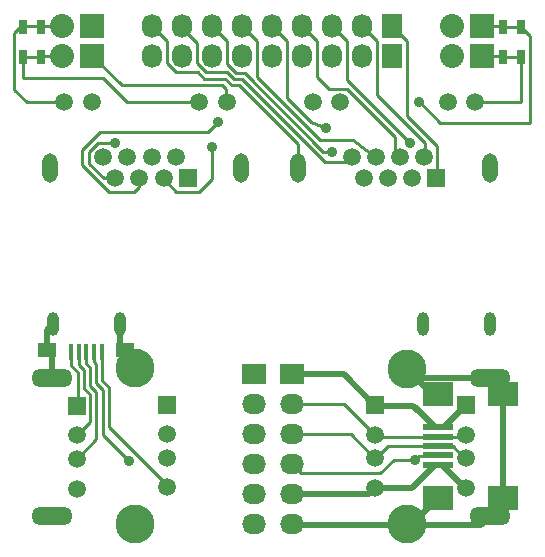
<source format=gbr>
G04 #@! TF.FileFunction,Copper,L2,Bot,Signal*
%FSLAX46Y46*%
G04 Gerber Fmt 4.6, Leading zero omitted, Abs format (unit mm)*
G04 Created by KiCad (PCBNEW (2015-01-08 BZR 5360)-product) date 2015-01-22T23:58:58 CET*
%MOMM*%
G01*
G04 APERTURE LIST*
%ADD10C,0.100000*%
%ADD11R,2.032000X2.032000*%
%ADD12O,2.032000X2.032000*%
%ADD13R,1.727200X2.032000*%
%ADD14O,1.727200X2.032000*%
%ADD15R,0.635000X1.143000*%
%ADD16R,1.500000X1.500000*%
%ADD17C,1.500000*%
%ADD18O,1.300000X2.500000*%
%ADD19R,2.032000X1.727200*%
%ADD20O,2.032000X1.727200*%
%ADD21C,3.300000*%
%ADD22O,3.500000X1.500000*%
%ADD23R,2.500000X0.500000*%
%ADD24R,2.500000X2.000000*%
%ADD25O,1.000000X2.000000*%
%ADD26R,0.400000X1.350000*%
%ADD27R,1.600000X1.200000*%
%ADD28C,0.889000*%
%ADD29C,0.254000*%
%ADD30C,0.508000*%
G04 APERTURE END LIST*
D10*
D11*
X67305000Y-62145000D03*
D12*
X64765000Y-62145000D03*
D11*
X67305000Y-64685000D03*
D12*
X64765000Y-64685000D03*
D13*
X92705000Y-64685000D03*
D14*
X90165000Y-64685000D03*
X87625000Y-64685000D03*
X85085000Y-64685000D03*
X82545000Y-64685000D03*
X80005000Y-64685000D03*
X77465000Y-64685000D03*
X74925000Y-64685000D03*
X72385000Y-64685000D03*
D11*
X100325000Y-64685000D03*
D12*
X97785000Y-64685000D03*
D13*
X92705000Y-62145000D03*
D14*
X90165000Y-62145000D03*
X87625000Y-62145000D03*
X85085000Y-62145000D03*
X82545000Y-62145000D03*
X80005000Y-62145000D03*
X77465000Y-62145000D03*
X74925000Y-62145000D03*
X72385000Y-62145000D03*
D11*
X100325000Y-62145000D03*
D12*
X97785000Y-62145000D03*
D15*
X61468000Y-64770000D03*
X62992000Y-64770000D03*
X61468000Y-62230000D03*
X62992000Y-62230000D03*
X102108000Y-64770000D03*
X103632000Y-64770000D03*
X102108000Y-62230000D03*
X103632000Y-62230000D03*
D16*
X96400000Y-75080000D03*
D17*
X95380000Y-73300000D03*
X94360000Y-75080000D03*
X93340000Y-73300000D03*
X92320000Y-75080000D03*
X91300000Y-73300000D03*
X90280000Y-75080000D03*
X89260000Y-73300000D03*
D18*
X100930000Y-74190000D03*
X84730000Y-74190000D03*
D17*
X97400000Y-68620000D03*
X99690000Y-68620000D03*
X85970000Y-68620000D03*
X88260000Y-68620000D03*
D16*
X75370000Y-75080000D03*
D17*
X74350000Y-73300000D03*
X73330000Y-75080000D03*
X72310000Y-73300000D03*
X71290000Y-75080000D03*
X70270000Y-73300000D03*
X69250000Y-75080000D03*
X68230000Y-73300000D03*
D18*
X79900000Y-74190000D03*
X63700000Y-74190000D03*
D17*
X76370000Y-68620000D03*
X78660000Y-68620000D03*
X64940000Y-68620000D03*
X67230000Y-68620000D03*
D19*
X81010000Y-91675000D03*
D20*
X81010000Y-94215000D03*
X81010000Y-96755000D03*
X81010000Y-99295000D03*
X81010000Y-101835000D03*
X81010000Y-104375000D03*
D19*
X84185000Y-91675000D03*
D20*
X84185000Y-94215000D03*
X84185000Y-96755000D03*
X84185000Y-99295000D03*
X84185000Y-101835000D03*
X84185000Y-104375000D03*
D16*
X73600000Y-94250000D03*
D17*
X73600000Y-96750000D03*
X73600000Y-98750000D03*
X73600000Y-101250000D03*
D21*
X70890000Y-104321000D03*
X70890000Y-91179000D03*
D16*
X91200000Y-94300000D03*
D17*
X91200000Y-96800000D03*
X91200000Y-98800000D03*
X91200000Y-101300000D03*
D21*
X93910000Y-104371000D03*
X93910000Y-91229000D03*
D17*
X98900000Y-101300000D03*
X98900000Y-98800000D03*
X98900000Y-96800000D03*
D16*
X98900000Y-94300000D03*
D22*
X101000000Y-91950000D03*
X101000000Y-103650000D03*
D17*
X66000000Y-101350000D03*
X66000000Y-98850000D03*
X66000000Y-96850000D03*
D16*
X66000000Y-94350000D03*
D22*
X63900000Y-92000000D03*
X63900000Y-103700000D03*
D23*
X96550000Y-96150000D03*
X96550000Y-96950000D03*
X96550000Y-97750000D03*
X96550000Y-98550000D03*
X96550000Y-99350000D03*
D24*
X102050000Y-102150000D03*
X96550000Y-102150000D03*
X96550000Y-93350000D03*
X102050000Y-93350000D03*
D25*
X95325000Y-87400000D03*
X100975000Y-87400000D03*
X69625000Y-87400000D03*
D26*
X65500000Y-89800000D03*
X66150000Y-89800000D03*
X66800000Y-89800000D03*
X67450000Y-89800000D03*
X68100000Y-89800000D03*
D25*
X63975000Y-87400000D03*
D27*
X63500000Y-89650000D03*
X70100000Y-89650000D03*
D28*
X77465000Y-72432000D03*
X77973000Y-70273000D03*
X69210000Y-72051000D03*
X94229000Y-72051000D03*
X87117000Y-70781000D03*
X87561500Y-72813000D03*
X94991000Y-68622000D03*
X70367400Y-99011600D03*
X94599000Y-98914000D03*
D29*
X65495000Y-89816800D02*
X65495000Y-90964200D01*
X65495000Y-90964200D02*
X66049400Y-91518600D01*
X66049400Y-91518600D02*
X66049400Y-94292400D01*
X66049400Y-94292400D02*
X66005000Y-94336800D01*
X77465000Y-75099000D02*
X77465000Y-72432000D01*
X76322000Y-76242000D02*
X77465000Y-75099000D01*
X74417000Y-76242000D02*
X76322000Y-76242000D01*
X73325000Y-75095000D02*
X73325000Y-75150000D01*
X73325000Y-75150000D02*
X74417000Y-76242000D01*
X67090800Y-91061400D02*
X67090800Y-92636200D01*
X67090800Y-92636200D02*
X67649602Y-93195002D01*
X67649602Y-93195002D02*
X67649602Y-97192198D01*
X67649602Y-97192198D02*
X66005000Y-98836800D01*
X66795000Y-90765600D02*
X67090800Y-91061400D01*
X66795000Y-89816800D02*
X66795000Y-90765600D01*
X66145000Y-90877600D02*
X66557402Y-91290002D01*
X66557402Y-91290002D02*
X66557402Y-92839402D01*
X66557402Y-92839402D02*
X67141600Y-93423600D01*
X67141600Y-93423600D02*
X67141600Y-95700200D01*
X67141600Y-95700200D02*
X66005000Y-96836800D01*
X66145000Y-89816800D02*
X66145000Y-90877600D01*
X68716400Y-92788600D02*
X68716400Y-96141400D01*
X68716400Y-96141400D02*
X73625000Y-101050000D01*
X73625000Y-101050000D02*
X73625000Y-101336800D01*
X68095000Y-89816800D02*
X68095000Y-90592400D01*
X68157600Y-92229800D02*
X68716400Y-92788600D01*
X68157600Y-90655000D02*
X68157600Y-92229800D01*
X68095000Y-90592400D02*
X68157600Y-90655000D01*
X66416000Y-72686000D02*
X67940000Y-71162000D01*
X66416000Y-73956000D02*
X66416000Y-72686000D01*
X68702000Y-76242000D02*
X66416000Y-73956000D01*
X67940000Y-71162000D02*
X77084000Y-71162000D01*
X71285000Y-75095000D02*
X71285000Y-75818000D01*
X70861000Y-76242000D02*
X68702000Y-76242000D01*
X71285000Y-75818000D02*
X70861000Y-76242000D01*
X77084000Y-71162000D02*
X77973000Y-70273000D01*
D30*
X70095000Y-89666800D02*
X70095000Y-90445800D01*
X70095000Y-90445800D02*
X70915000Y-91265800D01*
X69620000Y-87416800D02*
X69620000Y-89191800D01*
X69620000Y-89191800D02*
X70095000Y-89666800D01*
X63495000Y-89666800D02*
X63495000Y-87891800D01*
X63495000Y-87891800D02*
X63970000Y-87416800D01*
X63905000Y-91986800D02*
X63905000Y-90076800D01*
X63905000Y-90076800D02*
X63495000Y-89666800D01*
D29*
X63970000Y-89191800D02*
X63495000Y-89666800D01*
X69620000Y-89191800D02*
X70095000Y-89666800D01*
X67813000Y-72051000D02*
X69210000Y-72051000D01*
X67051000Y-72813000D02*
X67813000Y-72051000D01*
X67051000Y-73829000D02*
X67051000Y-72813000D01*
X68317000Y-75095000D02*
X67051000Y-73829000D01*
X69245000Y-75095000D02*
X68317000Y-75095000D01*
X63077000Y-64685000D02*
X64765000Y-64685000D01*
X63077000Y-64685000D02*
X62992000Y-64770000D01*
X61468000Y-64770000D02*
X62992000Y-64770000D01*
X61468000Y-66548000D02*
X61468000Y-64770000D01*
X66802000Y-66590000D02*
X61468000Y-66548000D01*
X76320000Y-68639000D02*
X70217600Y-68639000D01*
X70217600Y-68639000D02*
X68168600Y-66590000D01*
X68168600Y-66590000D02*
X66802000Y-66590000D01*
X78610000Y-68639000D02*
X78610000Y-67506400D01*
X78277800Y-67174200D02*
X69794200Y-67174200D01*
X78610000Y-67506400D02*
X78277800Y-67174200D01*
X69794200Y-67174200D02*
X67305000Y-64685000D01*
X61468000Y-62230000D02*
X61214000Y-62230000D01*
X61214000Y-62230000D02*
X60706000Y-62738000D01*
X60706000Y-62738000D02*
X60706000Y-67564000D01*
X61468000Y-62230000D02*
X61553000Y-62145000D01*
X63077000Y-62145000D02*
X61553000Y-62145000D01*
X64765000Y-62145000D02*
X63077000Y-62145000D01*
X63077000Y-62145000D02*
X62992000Y-62230000D01*
X61762000Y-68620000D02*
X64940000Y-68620000D01*
X60706000Y-67564000D02*
X61762000Y-68620000D01*
X93975000Y-63415000D02*
X93975000Y-69765000D01*
X93975000Y-69765000D02*
X96515000Y-72305000D01*
X92705000Y-62145000D02*
X93975000Y-63415000D01*
X96515000Y-74945000D02*
X96365000Y-75095000D01*
X96515000Y-72305000D02*
X96515000Y-74945000D01*
X88895000Y-66717000D02*
X94229000Y-72051000D01*
X88895000Y-63415000D02*
X88895000Y-66717000D01*
X87625000Y-62145000D02*
X88895000Y-63415000D01*
X90165000Y-62145000D02*
X91435000Y-63415000D01*
X95499000Y-73161000D02*
X95345000Y-73315000D01*
X95499000Y-72051000D02*
X95499000Y-73161000D01*
X91435000Y-67987000D02*
X95499000Y-72051000D01*
X91435000Y-63415000D02*
X91435000Y-67987000D01*
X86355000Y-63415000D02*
X86355000Y-66463000D01*
X86355000Y-66463000D02*
X87371000Y-67479000D01*
X85085000Y-62145000D02*
X86355000Y-63415000D01*
X92959000Y-72969000D02*
X92959000Y-71543000D01*
X88895000Y-67479000D02*
X92959000Y-71543000D01*
X87371000Y-67479000D02*
X88895000Y-67479000D01*
X93305000Y-73315000D02*
X92959000Y-72969000D01*
X83815000Y-63415000D02*
X83815000Y-68241000D01*
X83815000Y-68241000D02*
X85847000Y-70273000D01*
X85847000Y-70273000D02*
X87117000Y-70781000D01*
X83815000Y-63415000D02*
X82545000Y-62145000D01*
X80005000Y-62145000D02*
X81275000Y-63415000D01*
X81275000Y-63415000D02*
X81275000Y-66463000D01*
X86609000Y-71797000D02*
X89403000Y-71797000D01*
X89403000Y-71797000D02*
X91265000Y-73315000D01*
X81275000Y-66463000D02*
X86609000Y-71797000D01*
X78735000Y-63478500D02*
X78735000Y-65383500D01*
X78735000Y-65383500D02*
X79497000Y-66145500D01*
X79497000Y-66145500D02*
X80195500Y-66145500D01*
X86863000Y-72813000D02*
X87561500Y-72813000D01*
X77465000Y-62145000D02*
X77465000Y-62208500D01*
X77465000Y-62208500D02*
X78735000Y-63478500D01*
X80195500Y-66145500D02*
X86863000Y-72813000D01*
X74925000Y-62145000D02*
X74925000Y-62322800D01*
X74925000Y-62322800D02*
X76195000Y-63592800D01*
X76195000Y-63592800D02*
X76195000Y-65345400D01*
X76195000Y-65345400D02*
X76957000Y-66107400D01*
X76957000Y-66107400D02*
X78735000Y-66107400D01*
X87015400Y-73702000D02*
X88879000Y-73702000D01*
X88879000Y-73702000D02*
X89262000Y-73319000D01*
X78735000Y-66107400D02*
X79293800Y-66666200D01*
X79293800Y-66666200D02*
X79979600Y-66666200D01*
X79979600Y-66666200D02*
X87015400Y-73702000D01*
X103632000Y-64770000D02*
X103632000Y-68580000D01*
X103592000Y-68620000D02*
X99690000Y-68620000D01*
X103632000Y-68580000D02*
X103592000Y-68620000D01*
X102108000Y-64770000D02*
X103632000Y-64770000D01*
X100325000Y-64685000D02*
X102023000Y-64685000D01*
X102023000Y-64685000D02*
X102108000Y-64770000D01*
X94991000Y-68622000D02*
X95038000Y-68622000D01*
X104394000Y-62992000D02*
X103632000Y-62230000D01*
X104394000Y-70358000D02*
X104394000Y-62992000D01*
X96774000Y-70358000D02*
X104394000Y-70358000D01*
X95038000Y-68622000D02*
X96774000Y-70358000D01*
X102108000Y-62230000D02*
X103632000Y-62230000D01*
X100325000Y-62145000D02*
X102023000Y-62145000D01*
X102023000Y-62145000D02*
X102108000Y-62230000D01*
X73655000Y-63415000D02*
X72385000Y-62145000D01*
X73655000Y-65345400D02*
X73655000Y-63415000D01*
X84732000Y-74209000D02*
X84732000Y-72180600D01*
X74417000Y-66107400D02*
X73655000Y-65345400D01*
X76220400Y-66107400D02*
X74417000Y-66107400D01*
X84577000Y-74087000D02*
X84695000Y-74205000D01*
X76753800Y-66640800D02*
X76220400Y-66107400D01*
X78531800Y-66640800D02*
X76753800Y-66640800D01*
X79090600Y-67199600D02*
X78531800Y-66640800D01*
X79751000Y-67199600D02*
X79090600Y-67199600D01*
X84732000Y-72180600D02*
X79751000Y-67199600D01*
X67445000Y-89816800D02*
X67445000Y-90653600D01*
X68183000Y-92991800D02*
X68183000Y-96827200D01*
X67624200Y-92433000D02*
X68183000Y-92991800D01*
X67624200Y-90832800D02*
X67624200Y-92433000D01*
X67445000Y-90653600D02*
X67624200Y-90832800D01*
X68183000Y-96827200D02*
X70367400Y-99011600D01*
D30*
X94454300Y-94324300D02*
X96284300Y-96154300D01*
D29*
X94715000Y-94324300D02*
X96545000Y-96154300D01*
D30*
X96545000Y-96154300D02*
X97035000Y-96154300D01*
X97035000Y-96154300D02*
X98865000Y-94324300D01*
X96284300Y-96154300D02*
X96545000Y-96154300D01*
X88595700Y-91675000D02*
X91245000Y-94324300D01*
X91245000Y-94324300D02*
X94454300Y-94324300D01*
D29*
X91245000Y-94324300D02*
X94715000Y-94324300D01*
D30*
X84185000Y-91675000D02*
X88595700Y-91675000D01*
D29*
X88635700Y-94215000D02*
X91245000Y-96824300D01*
X96545000Y-96954300D02*
X91375000Y-96954300D01*
X91375000Y-96954300D02*
X91245000Y-96824300D01*
X98735000Y-96954300D02*
X98865000Y-96824300D01*
X84185000Y-94215000D02*
X88635700Y-94215000D01*
X96545000Y-96954300D02*
X98735000Y-96954300D01*
X89175700Y-96755000D02*
X91245000Y-98824300D01*
X92315000Y-97754300D02*
X91245000Y-98824300D01*
X84185000Y-96755000D02*
X89175700Y-96755000D01*
X97795000Y-97754300D02*
X98865000Y-98824300D01*
X96545000Y-97754300D02*
X97795000Y-97754300D01*
X96545000Y-97754300D02*
X92315000Y-97754300D01*
D30*
X91245000Y-101324300D02*
X94347700Y-101324300D01*
X90734300Y-101835000D02*
X91245000Y-101324300D01*
X84185000Y-101835000D02*
X90734300Y-101835000D01*
X94347700Y-101324300D02*
X96317700Y-99354300D01*
X96545000Y-99354300D02*
X96895000Y-99354300D01*
X96317700Y-99354300D02*
X96545000Y-99354300D01*
X96895000Y-99354300D02*
X98865000Y-101324300D01*
X93955000Y-104395300D02*
X84205300Y-104395300D01*
X84205300Y-104395300D02*
X84185000Y-104375000D01*
X100965000Y-91974300D02*
X94676000Y-91974300D01*
X94676000Y-91974300D02*
X93955000Y-91253300D01*
X100965000Y-91974300D02*
X100965000Y-92274300D01*
X100965000Y-92274300D02*
X102045000Y-93354300D01*
X96545000Y-93354300D02*
X96056000Y-93354300D01*
X96056000Y-93354300D02*
X93955000Y-91253300D01*
X93955000Y-104395300D02*
X94304000Y-104395300D01*
X94304000Y-104395300D02*
X96545000Y-102154300D01*
X93955000Y-104395300D02*
X100244000Y-104395300D01*
X100244000Y-104395300D02*
X100965000Y-103674300D01*
X100965000Y-103674300D02*
X100965000Y-103234300D01*
X100965000Y-103234300D02*
X102045000Y-102154300D01*
X102100000Y-102100000D02*
X102050000Y-102150000D01*
X102050000Y-95050000D02*
X102100000Y-95100000D01*
X102100000Y-95100000D02*
X102100000Y-102100000D01*
X102050000Y-93350000D02*
X102050000Y-95050000D01*
D29*
X84947000Y-100057000D02*
X84185000Y-99295000D01*
X91678000Y-100057000D02*
X84947000Y-100057000D01*
X92821000Y-98914000D02*
X91678000Y-100057000D01*
X96545000Y-98554300D02*
X94958700Y-98554300D01*
X94958700Y-98554300D02*
X94599000Y-98914000D01*
X94599000Y-98914000D02*
X92821000Y-98914000D01*
M02*

</source>
